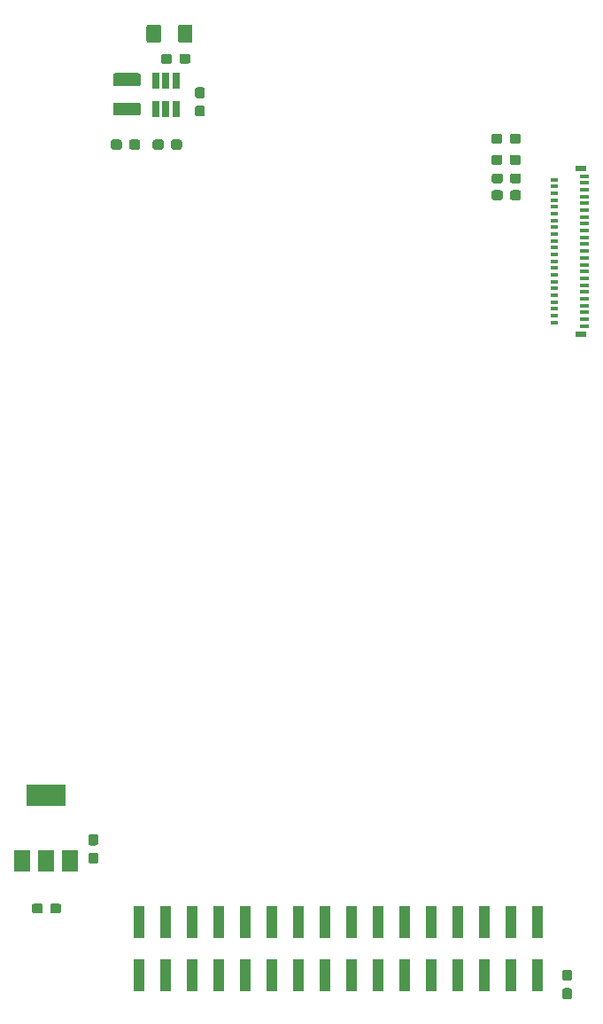
<source format=gbr>
G04 #@! TF.GenerationSoftware,KiCad,Pcbnew,(5.1.4)-1*
G04 #@! TF.CreationDate,2019-11-24T21:52:42+08:00*
G04 #@! TF.ProjectId,FH26W-45S-0.3SHW,46483236-572d-4343-9553-2d302e335348,rev?*
G04 #@! TF.SameCoordinates,Original*
G04 #@! TF.FileFunction,Paste,Bot*
G04 #@! TF.FilePolarity,Positive*
%FSLAX46Y46*%
G04 Gerber Fmt 4.6, Leading zero omitted, Abs format (unit mm)*
G04 Created by KiCad (PCBNEW (5.1.4)-1) date 2019-11-24 21:52:42*
%MOMM*%
%LPD*%
G04 APERTURE LIST*
%ADD10C,0.100000*%
%ADD11C,0.950000*%
%ADD12C,1.425000*%
%ADD13R,0.850000X0.330000*%
%ADD14R,0.700000X0.330000*%
%ADD15R,1.000000X0.550000*%
%ADD16R,0.650000X1.560000*%
%ADD17R,3.800000X2.000000*%
%ADD18R,1.500000X2.000000*%
%ADD19R,1.000000X3.150000*%
%ADD20C,1.250000*%
G04 APERTURE END LIST*
D10*
G36*
X105860779Y-39926144D02*
G01*
X105883834Y-39929563D01*
X105906443Y-39935227D01*
X105928387Y-39943079D01*
X105949457Y-39953044D01*
X105969448Y-39965026D01*
X105988168Y-39978910D01*
X106005438Y-39994562D01*
X106021090Y-40011832D01*
X106034974Y-40030552D01*
X106046956Y-40050543D01*
X106056921Y-40071613D01*
X106064773Y-40093557D01*
X106070437Y-40116166D01*
X106073856Y-40139221D01*
X106075000Y-40162500D01*
X106075000Y-40637500D01*
X106073856Y-40660779D01*
X106070437Y-40683834D01*
X106064773Y-40706443D01*
X106056921Y-40728387D01*
X106046956Y-40749457D01*
X106034974Y-40769448D01*
X106021090Y-40788168D01*
X106005438Y-40805438D01*
X105988168Y-40821090D01*
X105969448Y-40834974D01*
X105949457Y-40846956D01*
X105928387Y-40856921D01*
X105906443Y-40864773D01*
X105883834Y-40870437D01*
X105860779Y-40873856D01*
X105837500Y-40875000D01*
X105262500Y-40875000D01*
X105239221Y-40873856D01*
X105216166Y-40870437D01*
X105193557Y-40864773D01*
X105171613Y-40856921D01*
X105150543Y-40846956D01*
X105130552Y-40834974D01*
X105111832Y-40821090D01*
X105094562Y-40805438D01*
X105078910Y-40788168D01*
X105065026Y-40769448D01*
X105053044Y-40749457D01*
X105043079Y-40728387D01*
X105035227Y-40706443D01*
X105029563Y-40683834D01*
X105026144Y-40660779D01*
X105025000Y-40637500D01*
X105025000Y-40162500D01*
X105026144Y-40139221D01*
X105029563Y-40116166D01*
X105035227Y-40093557D01*
X105043079Y-40071613D01*
X105053044Y-40050543D01*
X105065026Y-40030552D01*
X105078910Y-40011832D01*
X105094562Y-39994562D01*
X105111832Y-39978910D01*
X105130552Y-39965026D01*
X105150543Y-39953044D01*
X105171613Y-39943079D01*
X105193557Y-39935227D01*
X105216166Y-39929563D01*
X105239221Y-39926144D01*
X105262500Y-39925000D01*
X105837500Y-39925000D01*
X105860779Y-39926144D01*
X105860779Y-39926144D01*
G37*
D11*
X105550000Y-40400000D03*
D10*
G36*
X104110779Y-39926144D02*
G01*
X104133834Y-39929563D01*
X104156443Y-39935227D01*
X104178387Y-39943079D01*
X104199457Y-39953044D01*
X104219448Y-39965026D01*
X104238168Y-39978910D01*
X104255438Y-39994562D01*
X104271090Y-40011832D01*
X104284974Y-40030552D01*
X104296956Y-40050543D01*
X104306921Y-40071613D01*
X104314773Y-40093557D01*
X104320437Y-40116166D01*
X104323856Y-40139221D01*
X104325000Y-40162500D01*
X104325000Y-40637500D01*
X104323856Y-40660779D01*
X104320437Y-40683834D01*
X104314773Y-40706443D01*
X104306921Y-40728387D01*
X104296956Y-40749457D01*
X104284974Y-40769448D01*
X104271090Y-40788168D01*
X104255438Y-40805438D01*
X104238168Y-40821090D01*
X104219448Y-40834974D01*
X104199457Y-40846956D01*
X104178387Y-40856921D01*
X104156443Y-40864773D01*
X104133834Y-40870437D01*
X104110779Y-40873856D01*
X104087500Y-40875000D01*
X103512500Y-40875000D01*
X103489221Y-40873856D01*
X103466166Y-40870437D01*
X103443557Y-40864773D01*
X103421613Y-40856921D01*
X103400543Y-40846956D01*
X103380552Y-40834974D01*
X103361832Y-40821090D01*
X103344562Y-40805438D01*
X103328910Y-40788168D01*
X103315026Y-40769448D01*
X103303044Y-40749457D01*
X103293079Y-40728387D01*
X103285227Y-40706443D01*
X103279563Y-40683834D01*
X103276144Y-40660779D01*
X103275000Y-40637500D01*
X103275000Y-40162500D01*
X103276144Y-40139221D01*
X103279563Y-40116166D01*
X103285227Y-40093557D01*
X103293079Y-40071613D01*
X103303044Y-40050543D01*
X103315026Y-40030552D01*
X103328910Y-40011832D01*
X103344562Y-39994562D01*
X103361832Y-39978910D01*
X103380552Y-39965026D01*
X103400543Y-39953044D01*
X103421613Y-39943079D01*
X103443557Y-39935227D01*
X103466166Y-39929563D01*
X103489221Y-39926144D01*
X103512500Y-39925000D01*
X104087500Y-39925000D01*
X104110779Y-39926144D01*
X104110779Y-39926144D01*
G37*
D11*
X103800000Y-40400000D03*
D10*
G36*
X96560779Y-112886144D02*
G01*
X96583834Y-112889563D01*
X96606443Y-112895227D01*
X96628387Y-112903079D01*
X96649457Y-112913044D01*
X96669448Y-112925026D01*
X96688168Y-112938910D01*
X96705438Y-112954562D01*
X96721090Y-112971832D01*
X96734974Y-112990552D01*
X96746956Y-113010543D01*
X96756921Y-113031613D01*
X96764773Y-113053557D01*
X96770437Y-113076166D01*
X96773856Y-113099221D01*
X96775000Y-113122500D01*
X96775000Y-113597500D01*
X96773856Y-113620779D01*
X96770437Y-113643834D01*
X96764773Y-113666443D01*
X96756921Y-113688387D01*
X96746956Y-113709457D01*
X96734974Y-113729448D01*
X96721090Y-113748168D01*
X96705438Y-113765438D01*
X96688168Y-113781090D01*
X96669448Y-113794974D01*
X96649457Y-113806956D01*
X96628387Y-113816921D01*
X96606443Y-113824773D01*
X96583834Y-113830437D01*
X96560779Y-113833856D01*
X96537500Y-113835000D01*
X95962500Y-113835000D01*
X95939221Y-113833856D01*
X95916166Y-113830437D01*
X95893557Y-113824773D01*
X95871613Y-113816921D01*
X95850543Y-113806956D01*
X95830552Y-113794974D01*
X95811832Y-113781090D01*
X95794562Y-113765438D01*
X95778910Y-113748168D01*
X95765026Y-113729448D01*
X95753044Y-113709457D01*
X95743079Y-113688387D01*
X95735227Y-113666443D01*
X95729563Y-113643834D01*
X95726144Y-113620779D01*
X95725000Y-113597500D01*
X95725000Y-113122500D01*
X95726144Y-113099221D01*
X95729563Y-113076166D01*
X95735227Y-113053557D01*
X95743079Y-113031613D01*
X95753044Y-113010543D01*
X95765026Y-112990552D01*
X95778910Y-112971832D01*
X95794562Y-112954562D01*
X95811832Y-112938910D01*
X95830552Y-112925026D01*
X95850543Y-112913044D01*
X95871613Y-112903079D01*
X95893557Y-112895227D01*
X95916166Y-112889563D01*
X95939221Y-112886144D01*
X95962500Y-112885000D01*
X96537500Y-112885000D01*
X96560779Y-112886144D01*
X96560779Y-112886144D01*
G37*
D11*
X96250000Y-113360000D03*
D10*
G36*
X98310779Y-112886144D02*
G01*
X98333834Y-112889563D01*
X98356443Y-112895227D01*
X98378387Y-112903079D01*
X98399457Y-112913044D01*
X98419448Y-112925026D01*
X98438168Y-112938910D01*
X98455438Y-112954562D01*
X98471090Y-112971832D01*
X98484974Y-112990552D01*
X98496956Y-113010543D01*
X98506921Y-113031613D01*
X98514773Y-113053557D01*
X98520437Y-113076166D01*
X98523856Y-113099221D01*
X98525000Y-113122500D01*
X98525000Y-113597500D01*
X98523856Y-113620779D01*
X98520437Y-113643834D01*
X98514773Y-113666443D01*
X98506921Y-113688387D01*
X98496956Y-113709457D01*
X98484974Y-113729448D01*
X98471090Y-113748168D01*
X98455438Y-113765438D01*
X98438168Y-113781090D01*
X98419448Y-113794974D01*
X98399457Y-113806956D01*
X98378387Y-113816921D01*
X98356443Y-113824773D01*
X98333834Y-113830437D01*
X98310779Y-113833856D01*
X98287500Y-113835000D01*
X97712500Y-113835000D01*
X97689221Y-113833856D01*
X97666166Y-113830437D01*
X97643557Y-113824773D01*
X97621613Y-113816921D01*
X97600543Y-113806956D01*
X97580552Y-113794974D01*
X97561832Y-113781090D01*
X97544562Y-113765438D01*
X97528910Y-113748168D01*
X97515026Y-113729448D01*
X97503044Y-113709457D01*
X97493079Y-113688387D01*
X97485227Y-113666443D01*
X97479563Y-113643834D01*
X97476144Y-113620779D01*
X97475000Y-113597500D01*
X97475000Y-113122500D01*
X97476144Y-113099221D01*
X97479563Y-113076166D01*
X97485227Y-113053557D01*
X97493079Y-113031613D01*
X97503044Y-113010543D01*
X97515026Y-112990552D01*
X97528910Y-112971832D01*
X97544562Y-112954562D01*
X97561832Y-112938910D01*
X97580552Y-112925026D01*
X97600543Y-112913044D01*
X97621613Y-112903079D01*
X97643557Y-112895227D01*
X97666166Y-112889563D01*
X97689221Y-112886144D01*
X97712500Y-112885000D01*
X98287500Y-112885000D01*
X98310779Y-112886144D01*
X98310779Y-112886144D01*
G37*
D11*
X98000000Y-113360000D03*
D10*
G36*
X142250779Y-41376144D02*
G01*
X142273834Y-41379563D01*
X142296443Y-41385227D01*
X142318387Y-41393079D01*
X142339457Y-41403044D01*
X142359448Y-41415026D01*
X142378168Y-41428910D01*
X142395438Y-41444562D01*
X142411090Y-41461832D01*
X142424974Y-41480552D01*
X142436956Y-41500543D01*
X142446921Y-41521613D01*
X142454773Y-41543557D01*
X142460437Y-41566166D01*
X142463856Y-41589221D01*
X142465000Y-41612500D01*
X142465000Y-42087500D01*
X142463856Y-42110779D01*
X142460437Y-42133834D01*
X142454773Y-42156443D01*
X142446921Y-42178387D01*
X142436956Y-42199457D01*
X142424974Y-42219448D01*
X142411090Y-42238168D01*
X142395438Y-42255438D01*
X142378168Y-42271090D01*
X142359448Y-42284974D01*
X142339457Y-42296956D01*
X142318387Y-42306921D01*
X142296443Y-42314773D01*
X142273834Y-42320437D01*
X142250779Y-42323856D01*
X142227500Y-42325000D01*
X141652500Y-42325000D01*
X141629221Y-42323856D01*
X141606166Y-42320437D01*
X141583557Y-42314773D01*
X141561613Y-42306921D01*
X141540543Y-42296956D01*
X141520552Y-42284974D01*
X141501832Y-42271090D01*
X141484562Y-42255438D01*
X141468910Y-42238168D01*
X141455026Y-42219448D01*
X141443044Y-42199457D01*
X141433079Y-42178387D01*
X141425227Y-42156443D01*
X141419563Y-42133834D01*
X141416144Y-42110779D01*
X141415000Y-42087500D01*
X141415000Y-41612500D01*
X141416144Y-41589221D01*
X141419563Y-41566166D01*
X141425227Y-41543557D01*
X141433079Y-41521613D01*
X141443044Y-41500543D01*
X141455026Y-41480552D01*
X141468910Y-41461832D01*
X141484562Y-41444562D01*
X141501832Y-41428910D01*
X141520552Y-41415026D01*
X141540543Y-41403044D01*
X141561613Y-41393079D01*
X141583557Y-41385227D01*
X141606166Y-41379563D01*
X141629221Y-41376144D01*
X141652500Y-41375000D01*
X142227500Y-41375000D01*
X142250779Y-41376144D01*
X142250779Y-41376144D01*
G37*
D11*
X141940000Y-41850000D03*
D10*
G36*
X140500779Y-41376144D02*
G01*
X140523834Y-41379563D01*
X140546443Y-41385227D01*
X140568387Y-41393079D01*
X140589457Y-41403044D01*
X140609448Y-41415026D01*
X140628168Y-41428910D01*
X140645438Y-41444562D01*
X140661090Y-41461832D01*
X140674974Y-41480552D01*
X140686956Y-41500543D01*
X140696921Y-41521613D01*
X140704773Y-41543557D01*
X140710437Y-41566166D01*
X140713856Y-41589221D01*
X140715000Y-41612500D01*
X140715000Y-42087500D01*
X140713856Y-42110779D01*
X140710437Y-42133834D01*
X140704773Y-42156443D01*
X140696921Y-42178387D01*
X140686956Y-42199457D01*
X140674974Y-42219448D01*
X140661090Y-42238168D01*
X140645438Y-42255438D01*
X140628168Y-42271090D01*
X140609448Y-42284974D01*
X140589457Y-42296956D01*
X140568387Y-42306921D01*
X140546443Y-42314773D01*
X140523834Y-42320437D01*
X140500779Y-42323856D01*
X140477500Y-42325000D01*
X139902500Y-42325000D01*
X139879221Y-42323856D01*
X139856166Y-42320437D01*
X139833557Y-42314773D01*
X139811613Y-42306921D01*
X139790543Y-42296956D01*
X139770552Y-42284974D01*
X139751832Y-42271090D01*
X139734562Y-42255438D01*
X139718910Y-42238168D01*
X139705026Y-42219448D01*
X139693044Y-42199457D01*
X139683079Y-42178387D01*
X139675227Y-42156443D01*
X139669563Y-42133834D01*
X139666144Y-42110779D01*
X139665000Y-42087500D01*
X139665000Y-41612500D01*
X139666144Y-41589221D01*
X139669563Y-41566166D01*
X139675227Y-41543557D01*
X139683079Y-41521613D01*
X139693044Y-41500543D01*
X139705026Y-41480552D01*
X139718910Y-41461832D01*
X139734562Y-41444562D01*
X139751832Y-41428910D01*
X139770552Y-41415026D01*
X139790543Y-41403044D01*
X139811613Y-41393079D01*
X139833557Y-41385227D01*
X139856166Y-41379563D01*
X139879221Y-41376144D01*
X139902500Y-41375000D01*
X140477500Y-41375000D01*
X140500779Y-41376144D01*
X140500779Y-41376144D01*
G37*
D11*
X140190000Y-41850000D03*
D10*
G36*
X101860779Y-106276144D02*
G01*
X101883834Y-106279563D01*
X101906443Y-106285227D01*
X101928387Y-106293079D01*
X101949457Y-106303044D01*
X101969448Y-106315026D01*
X101988168Y-106328910D01*
X102005438Y-106344562D01*
X102021090Y-106361832D01*
X102034974Y-106380552D01*
X102046956Y-106400543D01*
X102056921Y-106421613D01*
X102064773Y-106443557D01*
X102070437Y-106466166D01*
X102073856Y-106489221D01*
X102075000Y-106512500D01*
X102075000Y-107087500D01*
X102073856Y-107110779D01*
X102070437Y-107133834D01*
X102064773Y-107156443D01*
X102056921Y-107178387D01*
X102046956Y-107199457D01*
X102034974Y-107219448D01*
X102021090Y-107238168D01*
X102005438Y-107255438D01*
X101988168Y-107271090D01*
X101969448Y-107284974D01*
X101949457Y-107296956D01*
X101928387Y-107306921D01*
X101906443Y-107314773D01*
X101883834Y-107320437D01*
X101860779Y-107323856D01*
X101837500Y-107325000D01*
X101362500Y-107325000D01*
X101339221Y-107323856D01*
X101316166Y-107320437D01*
X101293557Y-107314773D01*
X101271613Y-107306921D01*
X101250543Y-107296956D01*
X101230552Y-107284974D01*
X101211832Y-107271090D01*
X101194562Y-107255438D01*
X101178910Y-107238168D01*
X101165026Y-107219448D01*
X101153044Y-107199457D01*
X101143079Y-107178387D01*
X101135227Y-107156443D01*
X101129563Y-107133834D01*
X101126144Y-107110779D01*
X101125000Y-107087500D01*
X101125000Y-106512500D01*
X101126144Y-106489221D01*
X101129563Y-106466166D01*
X101135227Y-106443557D01*
X101143079Y-106421613D01*
X101153044Y-106400543D01*
X101165026Y-106380552D01*
X101178910Y-106361832D01*
X101194562Y-106344562D01*
X101211832Y-106328910D01*
X101230552Y-106315026D01*
X101250543Y-106303044D01*
X101271613Y-106293079D01*
X101293557Y-106285227D01*
X101316166Y-106279563D01*
X101339221Y-106276144D01*
X101362500Y-106275000D01*
X101837500Y-106275000D01*
X101860779Y-106276144D01*
X101860779Y-106276144D01*
G37*
D11*
X101600000Y-106800000D03*
D10*
G36*
X101860779Y-108026144D02*
G01*
X101883834Y-108029563D01*
X101906443Y-108035227D01*
X101928387Y-108043079D01*
X101949457Y-108053044D01*
X101969448Y-108065026D01*
X101988168Y-108078910D01*
X102005438Y-108094562D01*
X102021090Y-108111832D01*
X102034974Y-108130552D01*
X102046956Y-108150543D01*
X102056921Y-108171613D01*
X102064773Y-108193557D01*
X102070437Y-108216166D01*
X102073856Y-108239221D01*
X102075000Y-108262500D01*
X102075000Y-108837500D01*
X102073856Y-108860779D01*
X102070437Y-108883834D01*
X102064773Y-108906443D01*
X102056921Y-108928387D01*
X102046956Y-108949457D01*
X102034974Y-108969448D01*
X102021090Y-108988168D01*
X102005438Y-109005438D01*
X101988168Y-109021090D01*
X101969448Y-109034974D01*
X101949457Y-109046956D01*
X101928387Y-109056921D01*
X101906443Y-109064773D01*
X101883834Y-109070437D01*
X101860779Y-109073856D01*
X101837500Y-109075000D01*
X101362500Y-109075000D01*
X101339221Y-109073856D01*
X101316166Y-109070437D01*
X101293557Y-109064773D01*
X101271613Y-109056921D01*
X101250543Y-109046956D01*
X101230552Y-109034974D01*
X101211832Y-109021090D01*
X101194562Y-109005438D01*
X101178910Y-108988168D01*
X101165026Y-108969448D01*
X101153044Y-108949457D01*
X101143079Y-108928387D01*
X101135227Y-108906443D01*
X101129563Y-108883834D01*
X101126144Y-108860779D01*
X101125000Y-108837500D01*
X101125000Y-108262500D01*
X101126144Y-108239221D01*
X101129563Y-108216166D01*
X101135227Y-108193557D01*
X101143079Y-108171613D01*
X101153044Y-108150543D01*
X101165026Y-108130552D01*
X101178910Y-108111832D01*
X101194562Y-108094562D01*
X101211832Y-108078910D01*
X101230552Y-108065026D01*
X101250543Y-108053044D01*
X101271613Y-108043079D01*
X101293557Y-108035227D01*
X101316166Y-108029563D01*
X101339221Y-108026144D01*
X101362500Y-108025000D01*
X101837500Y-108025000D01*
X101860779Y-108026144D01*
X101860779Y-108026144D01*
G37*
D11*
X101600000Y-108550000D03*
D10*
G36*
X140530779Y-44756144D02*
G01*
X140553834Y-44759563D01*
X140576443Y-44765227D01*
X140598387Y-44773079D01*
X140619457Y-44783044D01*
X140639448Y-44795026D01*
X140658168Y-44808910D01*
X140675438Y-44824562D01*
X140691090Y-44841832D01*
X140704974Y-44860552D01*
X140716956Y-44880543D01*
X140726921Y-44901613D01*
X140734773Y-44923557D01*
X140740437Y-44946166D01*
X140743856Y-44969221D01*
X140745000Y-44992500D01*
X140745000Y-45467500D01*
X140743856Y-45490779D01*
X140740437Y-45513834D01*
X140734773Y-45536443D01*
X140726921Y-45558387D01*
X140716956Y-45579457D01*
X140704974Y-45599448D01*
X140691090Y-45618168D01*
X140675438Y-45635438D01*
X140658168Y-45651090D01*
X140639448Y-45664974D01*
X140619457Y-45676956D01*
X140598387Y-45686921D01*
X140576443Y-45694773D01*
X140553834Y-45700437D01*
X140530779Y-45703856D01*
X140507500Y-45705000D01*
X139932500Y-45705000D01*
X139909221Y-45703856D01*
X139886166Y-45700437D01*
X139863557Y-45694773D01*
X139841613Y-45686921D01*
X139820543Y-45676956D01*
X139800552Y-45664974D01*
X139781832Y-45651090D01*
X139764562Y-45635438D01*
X139748910Y-45618168D01*
X139735026Y-45599448D01*
X139723044Y-45579457D01*
X139713079Y-45558387D01*
X139705227Y-45536443D01*
X139699563Y-45513834D01*
X139696144Y-45490779D01*
X139695000Y-45467500D01*
X139695000Y-44992500D01*
X139696144Y-44969221D01*
X139699563Y-44946166D01*
X139705227Y-44923557D01*
X139713079Y-44901613D01*
X139723044Y-44880543D01*
X139735026Y-44860552D01*
X139748910Y-44841832D01*
X139764562Y-44824562D01*
X139781832Y-44808910D01*
X139800552Y-44795026D01*
X139820543Y-44783044D01*
X139841613Y-44773079D01*
X139863557Y-44765227D01*
X139886166Y-44759563D01*
X139909221Y-44756144D01*
X139932500Y-44755000D01*
X140507500Y-44755000D01*
X140530779Y-44756144D01*
X140530779Y-44756144D01*
G37*
D11*
X140220000Y-45230000D03*
D10*
G36*
X142280779Y-44756144D02*
G01*
X142303834Y-44759563D01*
X142326443Y-44765227D01*
X142348387Y-44773079D01*
X142369457Y-44783044D01*
X142389448Y-44795026D01*
X142408168Y-44808910D01*
X142425438Y-44824562D01*
X142441090Y-44841832D01*
X142454974Y-44860552D01*
X142466956Y-44880543D01*
X142476921Y-44901613D01*
X142484773Y-44923557D01*
X142490437Y-44946166D01*
X142493856Y-44969221D01*
X142495000Y-44992500D01*
X142495000Y-45467500D01*
X142493856Y-45490779D01*
X142490437Y-45513834D01*
X142484773Y-45536443D01*
X142476921Y-45558387D01*
X142466956Y-45579457D01*
X142454974Y-45599448D01*
X142441090Y-45618168D01*
X142425438Y-45635438D01*
X142408168Y-45651090D01*
X142389448Y-45664974D01*
X142369457Y-45676956D01*
X142348387Y-45686921D01*
X142326443Y-45694773D01*
X142303834Y-45700437D01*
X142280779Y-45703856D01*
X142257500Y-45705000D01*
X141682500Y-45705000D01*
X141659221Y-45703856D01*
X141636166Y-45700437D01*
X141613557Y-45694773D01*
X141591613Y-45686921D01*
X141570543Y-45676956D01*
X141550552Y-45664974D01*
X141531832Y-45651090D01*
X141514562Y-45635438D01*
X141498910Y-45618168D01*
X141485026Y-45599448D01*
X141473044Y-45579457D01*
X141463079Y-45558387D01*
X141455227Y-45536443D01*
X141449563Y-45513834D01*
X141446144Y-45490779D01*
X141445000Y-45467500D01*
X141445000Y-44992500D01*
X141446144Y-44969221D01*
X141449563Y-44946166D01*
X141455227Y-44923557D01*
X141463079Y-44901613D01*
X141473044Y-44880543D01*
X141485026Y-44860552D01*
X141498910Y-44841832D01*
X141514562Y-44824562D01*
X141531832Y-44808910D01*
X141550552Y-44795026D01*
X141570543Y-44783044D01*
X141591613Y-44773079D01*
X141613557Y-44765227D01*
X141636166Y-44759563D01*
X141659221Y-44756144D01*
X141682500Y-44755000D01*
X142257500Y-44755000D01*
X142280779Y-44756144D01*
X142280779Y-44756144D01*
G37*
D11*
X141970000Y-45230000D03*
D10*
G36*
X110862004Y-28926204D02*
G01*
X110886273Y-28929804D01*
X110910071Y-28935765D01*
X110933171Y-28944030D01*
X110955349Y-28954520D01*
X110976393Y-28967133D01*
X110996098Y-28981747D01*
X111014277Y-28998223D01*
X111030753Y-29016402D01*
X111045367Y-29036107D01*
X111057980Y-29057151D01*
X111068470Y-29079329D01*
X111076735Y-29102429D01*
X111082696Y-29126227D01*
X111086296Y-29150496D01*
X111087500Y-29175000D01*
X111087500Y-30425000D01*
X111086296Y-30449504D01*
X111082696Y-30473773D01*
X111076735Y-30497571D01*
X111068470Y-30520671D01*
X111057980Y-30542849D01*
X111045367Y-30563893D01*
X111030753Y-30583598D01*
X111014277Y-30601777D01*
X110996098Y-30618253D01*
X110976393Y-30632867D01*
X110955349Y-30645480D01*
X110933171Y-30655970D01*
X110910071Y-30664235D01*
X110886273Y-30670196D01*
X110862004Y-30673796D01*
X110837500Y-30675000D01*
X109912500Y-30675000D01*
X109887996Y-30673796D01*
X109863727Y-30670196D01*
X109839929Y-30664235D01*
X109816829Y-30655970D01*
X109794651Y-30645480D01*
X109773607Y-30632867D01*
X109753902Y-30618253D01*
X109735723Y-30601777D01*
X109719247Y-30583598D01*
X109704633Y-30563893D01*
X109692020Y-30542849D01*
X109681530Y-30520671D01*
X109673265Y-30497571D01*
X109667304Y-30473773D01*
X109663704Y-30449504D01*
X109662500Y-30425000D01*
X109662500Y-29175000D01*
X109663704Y-29150496D01*
X109667304Y-29126227D01*
X109673265Y-29102429D01*
X109681530Y-29079329D01*
X109692020Y-29057151D01*
X109704633Y-29036107D01*
X109719247Y-29016402D01*
X109735723Y-28998223D01*
X109753902Y-28981747D01*
X109773607Y-28967133D01*
X109794651Y-28954520D01*
X109816829Y-28944030D01*
X109839929Y-28935765D01*
X109863727Y-28929804D01*
X109887996Y-28926204D01*
X109912500Y-28925000D01*
X110837500Y-28925000D01*
X110862004Y-28926204D01*
X110862004Y-28926204D01*
G37*
D12*
X110375000Y-29800000D03*
D10*
G36*
X107887004Y-28926204D02*
G01*
X107911273Y-28929804D01*
X107935071Y-28935765D01*
X107958171Y-28944030D01*
X107980349Y-28954520D01*
X108001393Y-28967133D01*
X108021098Y-28981747D01*
X108039277Y-28998223D01*
X108055753Y-29016402D01*
X108070367Y-29036107D01*
X108082980Y-29057151D01*
X108093470Y-29079329D01*
X108101735Y-29102429D01*
X108107696Y-29126227D01*
X108111296Y-29150496D01*
X108112500Y-29175000D01*
X108112500Y-30425000D01*
X108111296Y-30449504D01*
X108107696Y-30473773D01*
X108101735Y-30497571D01*
X108093470Y-30520671D01*
X108082980Y-30542849D01*
X108070367Y-30563893D01*
X108055753Y-30583598D01*
X108039277Y-30601777D01*
X108021098Y-30618253D01*
X108001393Y-30632867D01*
X107980349Y-30645480D01*
X107958171Y-30655970D01*
X107935071Y-30664235D01*
X107911273Y-30670196D01*
X107887004Y-30673796D01*
X107862500Y-30675000D01*
X106937500Y-30675000D01*
X106912996Y-30673796D01*
X106888727Y-30670196D01*
X106864929Y-30664235D01*
X106841829Y-30655970D01*
X106819651Y-30645480D01*
X106798607Y-30632867D01*
X106778902Y-30618253D01*
X106760723Y-30601777D01*
X106744247Y-30583598D01*
X106729633Y-30563893D01*
X106717020Y-30542849D01*
X106706530Y-30520671D01*
X106698265Y-30497571D01*
X106692304Y-30473773D01*
X106688704Y-30449504D01*
X106687500Y-30425000D01*
X106687500Y-29175000D01*
X106688704Y-29150496D01*
X106692304Y-29126227D01*
X106698265Y-29102429D01*
X106706530Y-29079329D01*
X106717020Y-29057151D01*
X106729633Y-29036107D01*
X106744247Y-29016402D01*
X106760723Y-28998223D01*
X106778902Y-28981747D01*
X106798607Y-28967133D01*
X106819651Y-28954520D01*
X106841829Y-28944030D01*
X106864929Y-28935765D01*
X106888727Y-28929804D01*
X106912996Y-28926204D01*
X106937500Y-28925000D01*
X107862500Y-28925000D01*
X107887004Y-28926204D01*
X107887004Y-28926204D01*
G37*
D12*
X107400000Y-29800000D03*
D13*
X148585000Y-57720000D03*
X148585000Y-57070000D03*
X148585000Y-56420000D03*
X148585000Y-55770000D03*
X148585000Y-55120000D03*
X148585000Y-54470000D03*
X148585000Y-53820000D03*
X148585000Y-53170000D03*
X148585000Y-52520000D03*
X148585000Y-51870000D03*
X148585000Y-51220000D03*
X148585000Y-50570000D03*
X148585000Y-49920000D03*
X148585000Y-49270000D03*
X148585000Y-48620000D03*
X148585000Y-47970000D03*
X148585000Y-47320000D03*
X148585000Y-46670000D03*
X148585000Y-46020000D03*
X148585000Y-45370000D03*
X148585000Y-44720000D03*
X148585000Y-44070000D03*
X148585000Y-43420000D03*
D14*
X145700000Y-57395000D03*
X145700000Y-56745000D03*
X145700000Y-56095000D03*
X145700000Y-55445000D03*
X145700000Y-54795000D03*
X145700000Y-54145000D03*
X145700000Y-53495000D03*
X145700000Y-52845000D03*
X145700000Y-52195000D03*
X145700000Y-51545000D03*
X145700000Y-50895000D03*
X145700000Y-50245000D03*
X145700000Y-49595000D03*
X145700000Y-48945000D03*
X145700000Y-48295000D03*
X145700000Y-47645000D03*
X145700000Y-46995000D03*
X145700000Y-46345000D03*
X145700000Y-45695000D03*
X145700000Y-45045000D03*
X145700000Y-44395000D03*
X145700000Y-43745000D03*
D15*
X148250000Y-58500000D03*
X148250000Y-42640000D03*
D10*
G36*
X109860779Y-39926144D02*
G01*
X109883834Y-39929563D01*
X109906443Y-39935227D01*
X109928387Y-39943079D01*
X109949457Y-39953044D01*
X109969448Y-39965026D01*
X109988168Y-39978910D01*
X110005438Y-39994562D01*
X110021090Y-40011832D01*
X110034974Y-40030552D01*
X110046956Y-40050543D01*
X110056921Y-40071613D01*
X110064773Y-40093557D01*
X110070437Y-40116166D01*
X110073856Y-40139221D01*
X110075000Y-40162500D01*
X110075000Y-40637500D01*
X110073856Y-40660779D01*
X110070437Y-40683834D01*
X110064773Y-40706443D01*
X110056921Y-40728387D01*
X110046956Y-40749457D01*
X110034974Y-40769448D01*
X110021090Y-40788168D01*
X110005438Y-40805438D01*
X109988168Y-40821090D01*
X109969448Y-40834974D01*
X109949457Y-40846956D01*
X109928387Y-40856921D01*
X109906443Y-40864773D01*
X109883834Y-40870437D01*
X109860779Y-40873856D01*
X109837500Y-40875000D01*
X109262500Y-40875000D01*
X109239221Y-40873856D01*
X109216166Y-40870437D01*
X109193557Y-40864773D01*
X109171613Y-40856921D01*
X109150543Y-40846956D01*
X109130552Y-40834974D01*
X109111832Y-40821090D01*
X109094562Y-40805438D01*
X109078910Y-40788168D01*
X109065026Y-40769448D01*
X109053044Y-40749457D01*
X109043079Y-40728387D01*
X109035227Y-40706443D01*
X109029563Y-40683834D01*
X109026144Y-40660779D01*
X109025000Y-40637500D01*
X109025000Y-40162500D01*
X109026144Y-40139221D01*
X109029563Y-40116166D01*
X109035227Y-40093557D01*
X109043079Y-40071613D01*
X109053044Y-40050543D01*
X109065026Y-40030552D01*
X109078910Y-40011832D01*
X109094562Y-39994562D01*
X109111832Y-39978910D01*
X109130552Y-39965026D01*
X109150543Y-39953044D01*
X109171613Y-39943079D01*
X109193557Y-39935227D01*
X109216166Y-39929563D01*
X109239221Y-39926144D01*
X109262500Y-39925000D01*
X109837500Y-39925000D01*
X109860779Y-39926144D01*
X109860779Y-39926144D01*
G37*
D11*
X109550000Y-40400000D03*
D10*
G36*
X108110779Y-39926144D02*
G01*
X108133834Y-39929563D01*
X108156443Y-39935227D01*
X108178387Y-39943079D01*
X108199457Y-39953044D01*
X108219448Y-39965026D01*
X108238168Y-39978910D01*
X108255438Y-39994562D01*
X108271090Y-40011832D01*
X108284974Y-40030552D01*
X108296956Y-40050543D01*
X108306921Y-40071613D01*
X108314773Y-40093557D01*
X108320437Y-40116166D01*
X108323856Y-40139221D01*
X108325000Y-40162500D01*
X108325000Y-40637500D01*
X108323856Y-40660779D01*
X108320437Y-40683834D01*
X108314773Y-40706443D01*
X108306921Y-40728387D01*
X108296956Y-40749457D01*
X108284974Y-40769448D01*
X108271090Y-40788168D01*
X108255438Y-40805438D01*
X108238168Y-40821090D01*
X108219448Y-40834974D01*
X108199457Y-40846956D01*
X108178387Y-40856921D01*
X108156443Y-40864773D01*
X108133834Y-40870437D01*
X108110779Y-40873856D01*
X108087500Y-40875000D01*
X107512500Y-40875000D01*
X107489221Y-40873856D01*
X107466166Y-40870437D01*
X107443557Y-40864773D01*
X107421613Y-40856921D01*
X107400543Y-40846956D01*
X107380552Y-40834974D01*
X107361832Y-40821090D01*
X107344562Y-40805438D01*
X107328910Y-40788168D01*
X107315026Y-40769448D01*
X107303044Y-40749457D01*
X107293079Y-40728387D01*
X107285227Y-40706443D01*
X107279563Y-40683834D01*
X107276144Y-40660779D01*
X107275000Y-40637500D01*
X107275000Y-40162500D01*
X107276144Y-40139221D01*
X107279563Y-40116166D01*
X107285227Y-40093557D01*
X107293079Y-40071613D01*
X107303044Y-40050543D01*
X107315026Y-40030552D01*
X107328910Y-40011832D01*
X107344562Y-39994562D01*
X107361832Y-39978910D01*
X107380552Y-39965026D01*
X107400543Y-39953044D01*
X107421613Y-39943079D01*
X107443557Y-39935227D01*
X107466166Y-39929563D01*
X107489221Y-39926144D01*
X107512500Y-39925000D01*
X108087500Y-39925000D01*
X108110779Y-39926144D01*
X108110779Y-39926144D01*
G37*
D11*
X107800000Y-40400000D03*
D10*
G36*
X112060779Y-34926144D02*
G01*
X112083834Y-34929563D01*
X112106443Y-34935227D01*
X112128387Y-34943079D01*
X112149457Y-34953044D01*
X112169448Y-34965026D01*
X112188168Y-34978910D01*
X112205438Y-34994562D01*
X112221090Y-35011832D01*
X112234974Y-35030552D01*
X112246956Y-35050543D01*
X112256921Y-35071613D01*
X112264773Y-35093557D01*
X112270437Y-35116166D01*
X112273856Y-35139221D01*
X112275000Y-35162500D01*
X112275000Y-35737500D01*
X112273856Y-35760779D01*
X112270437Y-35783834D01*
X112264773Y-35806443D01*
X112256921Y-35828387D01*
X112246956Y-35849457D01*
X112234974Y-35869448D01*
X112221090Y-35888168D01*
X112205438Y-35905438D01*
X112188168Y-35921090D01*
X112169448Y-35934974D01*
X112149457Y-35946956D01*
X112128387Y-35956921D01*
X112106443Y-35964773D01*
X112083834Y-35970437D01*
X112060779Y-35973856D01*
X112037500Y-35975000D01*
X111562500Y-35975000D01*
X111539221Y-35973856D01*
X111516166Y-35970437D01*
X111493557Y-35964773D01*
X111471613Y-35956921D01*
X111450543Y-35946956D01*
X111430552Y-35934974D01*
X111411832Y-35921090D01*
X111394562Y-35905438D01*
X111378910Y-35888168D01*
X111365026Y-35869448D01*
X111353044Y-35849457D01*
X111343079Y-35828387D01*
X111335227Y-35806443D01*
X111329563Y-35783834D01*
X111326144Y-35760779D01*
X111325000Y-35737500D01*
X111325000Y-35162500D01*
X111326144Y-35139221D01*
X111329563Y-35116166D01*
X111335227Y-35093557D01*
X111343079Y-35071613D01*
X111353044Y-35050543D01*
X111365026Y-35030552D01*
X111378910Y-35011832D01*
X111394562Y-34994562D01*
X111411832Y-34978910D01*
X111430552Y-34965026D01*
X111450543Y-34953044D01*
X111471613Y-34943079D01*
X111493557Y-34935227D01*
X111516166Y-34929563D01*
X111539221Y-34926144D01*
X111562500Y-34925000D01*
X112037500Y-34925000D01*
X112060779Y-34926144D01*
X112060779Y-34926144D01*
G37*
D11*
X111800000Y-35450000D03*
D10*
G36*
X112060779Y-36676144D02*
G01*
X112083834Y-36679563D01*
X112106443Y-36685227D01*
X112128387Y-36693079D01*
X112149457Y-36703044D01*
X112169448Y-36715026D01*
X112188168Y-36728910D01*
X112205438Y-36744562D01*
X112221090Y-36761832D01*
X112234974Y-36780552D01*
X112246956Y-36800543D01*
X112256921Y-36821613D01*
X112264773Y-36843557D01*
X112270437Y-36866166D01*
X112273856Y-36889221D01*
X112275000Y-36912500D01*
X112275000Y-37487500D01*
X112273856Y-37510779D01*
X112270437Y-37533834D01*
X112264773Y-37556443D01*
X112256921Y-37578387D01*
X112246956Y-37599457D01*
X112234974Y-37619448D01*
X112221090Y-37638168D01*
X112205438Y-37655438D01*
X112188168Y-37671090D01*
X112169448Y-37684974D01*
X112149457Y-37696956D01*
X112128387Y-37706921D01*
X112106443Y-37714773D01*
X112083834Y-37720437D01*
X112060779Y-37723856D01*
X112037500Y-37725000D01*
X111562500Y-37725000D01*
X111539221Y-37723856D01*
X111516166Y-37720437D01*
X111493557Y-37714773D01*
X111471613Y-37706921D01*
X111450543Y-37696956D01*
X111430552Y-37684974D01*
X111411832Y-37671090D01*
X111394562Y-37655438D01*
X111378910Y-37638168D01*
X111365026Y-37619448D01*
X111353044Y-37599457D01*
X111343079Y-37578387D01*
X111335227Y-37556443D01*
X111329563Y-37533834D01*
X111326144Y-37510779D01*
X111325000Y-37487500D01*
X111325000Y-36912500D01*
X111326144Y-36889221D01*
X111329563Y-36866166D01*
X111335227Y-36843557D01*
X111343079Y-36821613D01*
X111353044Y-36800543D01*
X111365026Y-36780552D01*
X111378910Y-36761832D01*
X111394562Y-36744562D01*
X111411832Y-36728910D01*
X111430552Y-36715026D01*
X111450543Y-36703044D01*
X111471613Y-36693079D01*
X111493557Y-36685227D01*
X111516166Y-36679563D01*
X111539221Y-36676144D01*
X111562500Y-36675000D01*
X112037500Y-36675000D01*
X112060779Y-36676144D01*
X112060779Y-36676144D01*
G37*
D11*
X111800000Y-37200000D03*
D10*
G36*
X140530779Y-43156144D02*
G01*
X140553834Y-43159563D01*
X140576443Y-43165227D01*
X140598387Y-43173079D01*
X140619457Y-43183044D01*
X140639448Y-43195026D01*
X140658168Y-43208910D01*
X140675438Y-43224562D01*
X140691090Y-43241832D01*
X140704974Y-43260552D01*
X140716956Y-43280543D01*
X140726921Y-43301613D01*
X140734773Y-43323557D01*
X140740437Y-43346166D01*
X140743856Y-43369221D01*
X140745000Y-43392500D01*
X140745000Y-43867500D01*
X140743856Y-43890779D01*
X140740437Y-43913834D01*
X140734773Y-43936443D01*
X140726921Y-43958387D01*
X140716956Y-43979457D01*
X140704974Y-43999448D01*
X140691090Y-44018168D01*
X140675438Y-44035438D01*
X140658168Y-44051090D01*
X140639448Y-44064974D01*
X140619457Y-44076956D01*
X140598387Y-44086921D01*
X140576443Y-44094773D01*
X140553834Y-44100437D01*
X140530779Y-44103856D01*
X140507500Y-44105000D01*
X139932500Y-44105000D01*
X139909221Y-44103856D01*
X139886166Y-44100437D01*
X139863557Y-44094773D01*
X139841613Y-44086921D01*
X139820543Y-44076956D01*
X139800552Y-44064974D01*
X139781832Y-44051090D01*
X139764562Y-44035438D01*
X139748910Y-44018168D01*
X139735026Y-43999448D01*
X139723044Y-43979457D01*
X139713079Y-43958387D01*
X139705227Y-43936443D01*
X139699563Y-43913834D01*
X139696144Y-43890779D01*
X139695000Y-43867500D01*
X139695000Y-43392500D01*
X139696144Y-43369221D01*
X139699563Y-43346166D01*
X139705227Y-43323557D01*
X139713079Y-43301613D01*
X139723044Y-43280543D01*
X139735026Y-43260552D01*
X139748910Y-43241832D01*
X139764562Y-43224562D01*
X139781832Y-43208910D01*
X139800552Y-43195026D01*
X139820543Y-43183044D01*
X139841613Y-43173079D01*
X139863557Y-43165227D01*
X139886166Y-43159563D01*
X139909221Y-43156144D01*
X139932500Y-43155000D01*
X140507500Y-43155000D01*
X140530779Y-43156144D01*
X140530779Y-43156144D01*
G37*
D11*
X140220000Y-43630000D03*
D10*
G36*
X142280779Y-43156144D02*
G01*
X142303834Y-43159563D01*
X142326443Y-43165227D01*
X142348387Y-43173079D01*
X142369457Y-43183044D01*
X142389448Y-43195026D01*
X142408168Y-43208910D01*
X142425438Y-43224562D01*
X142441090Y-43241832D01*
X142454974Y-43260552D01*
X142466956Y-43280543D01*
X142476921Y-43301613D01*
X142484773Y-43323557D01*
X142490437Y-43346166D01*
X142493856Y-43369221D01*
X142495000Y-43392500D01*
X142495000Y-43867500D01*
X142493856Y-43890779D01*
X142490437Y-43913834D01*
X142484773Y-43936443D01*
X142476921Y-43958387D01*
X142466956Y-43979457D01*
X142454974Y-43999448D01*
X142441090Y-44018168D01*
X142425438Y-44035438D01*
X142408168Y-44051090D01*
X142389448Y-44064974D01*
X142369457Y-44076956D01*
X142348387Y-44086921D01*
X142326443Y-44094773D01*
X142303834Y-44100437D01*
X142280779Y-44103856D01*
X142257500Y-44105000D01*
X141682500Y-44105000D01*
X141659221Y-44103856D01*
X141636166Y-44100437D01*
X141613557Y-44094773D01*
X141591613Y-44086921D01*
X141570543Y-44076956D01*
X141550552Y-44064974D01*
X141531832Y-44051090D01*
X141514562Y-44035438D01*
X141498910Y-44018168D01*
X141485026Y-43999448D01*
X141473044Y-43979457D01*
X141463079Y-43958387D01*
X141455227Y-43936443D01*
X141449563Y-43913834D01*
X141446144Y-43890779D01*
X141445000Y-43867500D01*
X141445000Y-43392500D01*
X141446144Y-43369221D01*
X141449563Y-43346166D01*
X141455227Y-43323557D01*
X141463079Y-43301613D01*
X141473044Y-43280543D01*
X141485026Y-43260552D01*
X141498910Y-43241832D01*
X141514562Y-43224562D01*
X141531832Y-43208910D01*
X141550552Y-43195026D01*
X141570543Y-43183044D01*
X141591613Y-43173079D01*
X141613557Y-43165227D01*
X141636166Y-43159563D01*
X141659221Y-43156144D01*
X141682500Y-43155000D01*
X142257500Y-43155000D01*
X142280779Y-43156144D01*
X142280779Y-43156144D01*
G37*
D11*
X141970000Y-43630000D03*
D10*
G36*
X147180779Y-119206144D02*
G01*
X147203834Y-119209563D01*
X147226443Y-119215227D01*
X147248387Y-119223079D01*
X147269457Y-119233044D01*
X147289448Y-119245026D01*
X147308168Y-119258910D01*
X147325438Y-119274562D01*
X147341090Y-119291832D01*
X147354974Y-119310552D01*
X147366956Y-119330543D01*
X147376921Y-119351613D01*
X147384773Y-119373557D01*
X147390437Y-119396166D01*
X147393856Y-119419221D01*
X147395000Y-119442500D01*
X147395000Y-120017500D01*
X147393856Y-120040779D01*
X147390437Y-120063834D01*
X147384773Y-120086443D01*
X147376921Y-120108387D01*
X147366956Y-120129457D01*
X147354974Y-120149448D01*
X147341090Y-120168168D01*
X147325438Y-120185438D01*
X147308168Y-120201090D01*
X147289448Y-120214974D01*
X147269457Y-120226956D01*
X147248387Y-120236921D01*
X147226443Y-120244773D01*
X147203834Y-120250437D01*
X147180779Y-120253856D01*
X147157500Y-120255000D01*
X146682500Y-120255000D01*
X146659221Y-120253856D01*
X146636166Y-120250437D01*
X146613557Y-120244773D01*
X146591613Y-120236921D01*
X146570543Y-120226956D01*
X146550552Y-120214974D01*
X146531832Y-120201090D01*
X146514562Y-120185438D01*
X146498910Y-120168168D01*
X146485026Y-120149448D01*
X146473044Y-120129457D01*
X146463079Y-120108387D01*
X146455227Y-120086443D01*
X146449563Y-120063834D01*
X146446144Y-120040779D01*
X146445000Y-120017500D01*
X146445000Y-119442500D01*
X146446144Y-119419221D01*
X146449563Y-119396166D01*
X146455227Y-119373557D01*
X146463079Y-119351613D01*
X146473044Y-119330543D01*
X146485026Y-119310552D01*
X146498910Y-119291832D01*
X146514562Y-119274562D01*
X146531832Y-119258910D01*
X146550552Y-119245026D01*
X146570543Y-119233044D01*
X146591613Y-119223079D01*
X146613557Y-119215227D01*
X146636166Y-119209563D01*
X146659221Y-119206144D01*
X146682500Y-119205000D01*
X147157500Y-119205000D01*
X147180779Y-119206144D01*
X147180779Y-119206144D01*
G37*
D11*
X146920000Y-119730000D03*
D10*
G36*
X147180779Y-120956144D02*
G01*
X147203834Y-120959563D01*
X147226443Y-120965227D01*
X147248387Y-120973079D01*
X147269457Y-120983044D01*
X147289448Y-120995026D01*
X147308168Y-121008910D01*
X147325438Y-121024562D01*
X147341090Y-121041832D01*
X147354974Y-121060552D01*
X147366956Y-121080543D01*
X147376921Y-121101613D01*
X147384773Y-121123557D01*
X147390437Y-121146166D01*
X147393856Y-121169221D01*
X147395000Y-121192500D01*
X147395000Y-121767500D01*
X147393856Y-121790779D01*
X147390437Y-121813834D01*
X147384773Y-121836443D01*
X147376921Y-121858387D01*
X147366956Y-121879457D01*
X147354974Y-121899448D01*
X147341090Y-121918168D01*
X147325438Y-121935438D01*
X147308168Y-121951090D01*
X147289448Y-121964974D01*
X147269457Y-121976956D01*
X147248387Y-121986921D01*
X147226443Y-121994773D01*
X147203834Y-122000437D01*
X147180779Y-122003856D01*
X147157500Y-122005000D01*
X146682500Y-122005000D01*
X146659221Y-122003856D01*
X146636166Y-122000437D01*
X146613557Y-121994773D01*
X146591613Y-121986921D01*
X146570543Y-121976956D01*
X146550552Y-121964974D01*
X146531832Y-121951090D01*
X146514562Y-121935438D01*
X146498910Y-121918168D01*
X146485026Y-121899448D01*
X146473044Y-121879457D01*
X146463079Y-121858387D01*
X146455227Y-121836443D01*
X146449563Y-121813834D01*
X146446144Y-121790779D01*
X146445000Y-121767500D01*
X146445000Y-121192500D01*
X146446144Y-121169221D01*
X146449563Y-121146166D01*
X146455227Y-121123557D01*
X146463079Y-121101613D01*
X146473044Y-121080543D01*
X146485026Y-121060552D01*
X146498910Y-121041832D01*
X146514562Y-121024562D01*
X146531832Y-121008910D01*
X146550552Y-120995026D01*
X146570543Y-120983044D01*
X146591613Y-120973079D01*
X146613557Y-120965227D01*
X146636166Y-120959563D01*
X146659221Y-120956144D01*
X146682500Y-120955000D01*
X147157500Y-120955000D01*
X147180779Y-120956144D01*
X147180779Y-120956144D01*
G37*
D11*
X146920000Y-121480000D03*
D10*
G36*
X108910779Y-31726144D02*
G01*
X108933834Y-31729563D01*
X108956443Y-31735227D01*
X108978387Y-31743079D01*
X108999457Y-31753044D01*
X109019448Y-31765026D01*
X109038168Y-31778910D01*
X109055438Y-31794562D01*
X109071090Y-31811832D01*
X109084974Y-31830552D01*
X109096956Y-31850543D01*
X109106921Y-31871613D01*
X109114773Y-31893557D01*
X109120437Y-31916166D01*
X109123856Y-31939221D01*
X109125000Y-31962500D01*
X109125000Y-32437500D01*
X109123856Y-32460779D01*
X109120437Y-32483834D01*
X109114773Y-32506443D01*
X109106921Y-32528387D01*
X109096956Y-32549457D01*
X109084974Y-32569448D01*
X109071090Y-32588168D01*
X109055438Y-32605438D01*
X109038168Y-32621090D01*
X109019448Y-32634974D01*
X108999457Y-32646956D01*
X108978387Y-32656921D01*
X108956443Y-32664773D01*
X108933834Y-32670437D01*
X108910779Y-32673856D01*
X108887500Y-32675000D01*
X108312500Y-32675000D01*
X108289221Y-32673856D01*
X108266166Y-32670437D01*
X108243557Y-32664773D01*
X108221613Y-32656921D01*
X108200543Y-32646956D01*
X108180552Y-32634974D01*
X108161832Y-32621090D01*
X108144562Y-32605438D01*
X108128910Y-32588168D01*
X108115026Y-32569448D01*
X108103044Y-32549457D01*
X108093079Y-32528387D01*
X108085227Y-32506443D01*
X108079563Y-32483834D01*
X108076144Y-32460779D01*
X108075000Y-32437500D01*
X108075000Y-31962500D01*
X108076144Y-31939221D01*
X108079563Y-31916166D01*
X108085227Y-31893557D01*
X108093079Y-31871613D01*
X108103044Y-31850543D01*
X108115026Y-31830552D01*
X108128910Y-31811832D01*
X108144562Y-31794562D01*
X108161832Y-31778910D01*
X108180552Y-31765026D01*
X108200543Y-31753044D01*
X108221613Y-31743079D01*
X108243557Y-31735227D01*
X108266166Y-31729563D01*
X108289221Y-31726144D01*
X108312500Y-31725000D01*
X108887500Y-31725000D01*
X108910779Y-31726144D01*
X108910779Y-31726144D01*
G37*
D11*
X108600000Y-32200000D03*
D10*
G36*
X110660779Y-31726144D02*
G01*
X110683834Y-31729563D01*
X110706443Y-31735227D01*
X110728387Y-31743079D01*
X110749457Y-31753044D01*
X110769448Y-31765026D01*
X110788168Y-31778910D01*
X110805438Y-31794562D01*
X110821090Y-31811832D01*
X110834974Y-31830552D01*
X110846956Y-31850543D01*
X110856921Y-31871613D01*
X110864773Y-31893557D01*
X110870437Y-31916166D01*
X110873856Y-31939221D01*
X110875000Y-31962500D01*
X110875000Y-32437500D01*
X110873856Y-32460779D01*
X110870437Y-32483834D01*
X110864773Y-32506443D01*
X110856921Y-32528387D01*
X110846956Y-32549457D01*
X110834974Y-32569448D01*
X110821090Y-32588168D01*
X110805438Y-32605438D01*
X110788168Y-32621090D01*
X110769448Y-32634974D01*
X110749457Y-32646956D01*
X110728387Y-32656921D01*
X110706443Y-32664773D01*
X110683834Y-32670437D01*
X110660779Y-32673856D01*
X110637500Y-32675000D01*
X110062500Y-32675000D01*
X110039221Y-32673856D01*
X110016166Y-32670437D01*
X109993557Y-32664773D01*
X109971613Y-32656921D01*
X109950543Y-32646956D01*
X109930552Y-32634974D01*
X109911832Y-32621090D01*
X109894562Y-32605438D01*
X109878910Y-32588168D01*
X109865026Y-32569448D01*
X109853044Y-32549457D01*
X109843079Y-32528387D01*
X109835227Y-32506443D01*
X109829563Y-32483834D01*
X109826144Y-32460779D01*
X109825000Y-32437500D01*
X109825000Y-31962500D01*
X109826144Y-31939221D01*
X109829563Y-31916166D01*
X109835227Y-31893557D01*
X109843079Y-31871613D01*
X109853044Y-31850543D01*
X109865026Y-31830552D01*
X109878910Y-31811832D01*
X109894562Y-31794562D01*
X109911832Y-31778910D01*
X109930552Y-31765026D01*
X109950543Y-31753044D01*
X109971613Y-31743079D01*
X109993557Y-31735227D01*
X110016166Y-31729563D01*
X110039221Y-31726144D01*
X110062500Y-31725000D01*
X110637500Y-31725000D01*
X110660779Y-31726144D01*
X110660779Y-31726144D01*
G37*
D11*
X110350000Y-32200000D03*
D16*
X107600000Y-34300000D03*
X108550000Y-34300000D03*
X109500000Y-34300000D03*
X109500000Y-37000000D03*
X107600000Y-37000000D03*
X108550000Y-37000000D03*
D17*
X97100000Y-102500000D03*
D18*
X97100000Y-108800000D03*
X94800000Y-108800000D03*
X99400000Y-108800000D03*
D19*
X144050000Y-119725000D03*
X144050000Y-114675000D03*
X141510000Y-119725000D03*
X141510000Y-114675000D03*
X138970000Y-119725000D03*
X138970000Y-114675000D03*
X136430000Y-119725000D03*
X136430000Y-114675000D03*
X133890000Y-119725000D03*
X133890000Y-114675000D03*
X131350000Y-119725000D03*
X131350000Y-114675000D03*
X128810000Y-119725000D03*
X128810000Y-114675000D03*
X126270000Y-119725000D03*
X126270000Y-114675000D03*
X123730000Y-119725000D03*
X123730000Y-114675000D03*
X121190000Y-119725000D03*
X121190000Y-114675000D03*
X118650000Y-119725000D03*
X118650000Y-114675000D03*
X116110000Y-119725000D03*
X116110000Y-114675000D03*
X113570000Y-119725000D03*
X113570000Y-114675000D03*
X111030000Y-119725000D03*
X111030000Y-114675000D03*
X108490000Y-119725000D03*
X108490000Y-114675000D03*
X105950000Y-119725000D03*
X105950000Y-114675000D03*
D10*
G36*
X140505779Y-39366144D02*
G01*
X140528834Y-39369563D01*
X140551443Y-39375227D01*
X140573387Y-39383079D01*
X140594457Y-39393044D01*
X140614448Y-39405026D01*
X140633168Y-39418910D01*
X140650438Y-39434562D01*
X140666090Y-39451832D01*
X140679974Y-39470552D01*
X140691956Y-39490543D01*
X140701921Y-39511613D01*
X140709773Y-39533557D01*
X140715437Y-39556166D01*
X140718856Y-39579221D01*
X140720000Y-39602500D01*
X140720000Y-40077500D01*
X140718856Y-40100779D01*
X140715437Y-40123834D01*
X140709773Y-40146443D01*
X140701921Y-40168387D01*
X140691956Y-40189457D01*
X140679974Y-40209448D01*
X140666090Y-40228168D01*
X140650438Y-40245438D01*
X140633168Y-40261090D01*
X140614448Y-40274974D01*
X140594457Y-40286956D01*
X140573387Y-40296921D01*
X140551443Y-40304773D01*
X140528834Y-40310437D01*
X140505779Y-40313856D01*
X140482500Y-40315000D01*
X139907500Y-40315000D01*
X139884221Y-40313856D01*
X139861166Y-40310437D01*
X139838557Y-40304773D01*
X139816613Y-40296921D01*
X139795543Y-40286956D01*
X139775552Y-40274974D01*
X139756832Y-40261090D01*
X139739562Y-40245438D01*
X139723910Y-40228168D01*
X139710026Y-40209448D01*
X139698044Y-40189457D01*
X139688079Y-40168387D01*
X139680227Y-40146443D01*
X139674563Y-40123834D01*
X139671144Y-40100779D01*
X139670000Y-40077500D01*
X139670000Y-39602500D01*
X139671144Y-39579221D01*
X139674563Y-39556166D01*
X139680227Y-39533557D01*
X139688079Y-39511613D01*
X139698044Y-39490543D01*
X139710026Y-39470552D01*
X139723910Y-39451832D01*
X139739562Y-39434562D01*
X139756832Y-39418910D01*
X139775552Y-39405026D01*
X139795543Y-39393044D01*
X139816613Y-39383079D01*
X139838557Y-39375227D01*
X139861166Y-39369563D01*
X139884221Y-39366144D01*
X139907500Y-39365000D01*
X140482500Y-39365000D01*
X140505779Y-39366144D01*
X140505779Y-39366144D01*
G37*
D11*
X140195000Y-39840000D03*
D10*
G36*
X142255779Y-39366144D02*
G01*
X142278834Y-39369563D01*
X142301443Y-39375227D01*
X142323387Y-39383079D01*
X142344457Y-39393044D01*
X142364448Y-39405026D01*
X142383168Y-39418910D01*
X142400438Y-39434562D01*
X142416090Y-39451832D01*
X142429974Y-39470552D01*
X142441956Y-39490543D01*
X142451921Y-39511613D01*
X142459773Y-39533557D01*
X142465437Y-39556166D01*
X142468856Y-39579221D01*
X142470000Y-39602500D01*
X142470000Y-40077500D01*
X142468856Y-40100779D01*
X142465437Y-40123834D01*
X142459773Y-40146443D01*
X142451921Y-40168387D01*
X142441956Y-40189457D01*
X142429974Y-40209448D01*
X142416090Y-40228168D01*
X142400438Y-40245438D01*
X142383168Y-40261090D01*
X142364448Y-40274974D01*
X142344457Y-40286956D01*
X142323387Y-40296921D01*
X142301443Y-40304773D01*
X142278834Y-40310437D01*
X142255779Y-40313856D01*
X142232500Y-40315000D01*
X141657500Y-40315000D01*
X141634221Y-40313856D01*
X141611166Y-40310437D01*
X141588557Y-40304773D01*
X141566613Y-40296921D01*
X141545543Y-40286956D01*
X141525552Y-40274974D01*
X141506832Y-40261090D01*
X141489562Y-40245438D01*
X141473910Y-40228168D01*
X141460026Y-40209448D01*
X141448044Y-40189457D01*
X141438079Y-40168387D01*
X141430227Y-40146443D01*
X141424563Y-40123834D01*
X141421144Y-40100779D01*
X141420000Y-40077500D01*
X141420000Y-39602500D01*
X141421144Y-39579221D01*
X141424563Y-39556166D01*
X141430227Y-39533557D01*
X141438079Y-39511613D01*
X141448044Y-39490543D01*
X141460026Y-39470552D01*
X141473910Y-39451832D01*
X141489562Y-39434562D01*
X141506832Y-39418910D01*
X141525552Y-39405026D01*
X141545543Y-39393044D01*
X141566613Y-39383079D01*
X141588557Y-39375227D01*
X141611166Y-39369563D01*
X141634221Y-39366144D01*
X141657500Y-39365000D01*
X142232500Y-39365000D01*
X142255779Y-39366144D01*
X142255779Y-39366144D01*
G37*
D11*
X141945000Y-39840000D03*
D10*
G36*
X105899504Y-36376204D02*
G01*
X105923773Y-36379804D01*
X105947571Y-36385765D01*
X105970671Y-36394030D01*
X105992849Y-36404520D01*
X106013893Y-36417133D01*
X106033598Y-36431747D01*
X106051777Y-36448223D01*
X106068253Y-36466402D01*
X106082867Y-36486107D01*
X106095480Y-36507151D01*
X106105970Y-36529329D01*
X106114235Y-36552429D01*
X106120196Y-36576227D01*
X106123796Y-36600496D01*
X106125000Y-36625000D01*
X106125000Y-37375000D01*
X106123796Y-37399504D01*
X106120196Y-37423773D01*
X106114235Y-37447571D01*
X106105970Y-37470671D01*
X106095480Y-37492849D01*
X106082867Y-37513893D01*
X106068253Y-37533598D01*
X106051777Y-37551777D01*
X106033598Y-37568253D01*
X106013893Y-37582867D01*
X105992849Y-37595480D01*
X105970671Y-37605970D01*
X105947571Y-37614235D01*
X105923773Y-37620196D01*
X105899504Y-37623796D01*
X105875000Y-37625000D01*
X103725000Y-37625000D01*
X103700496Y-37623796D01*
X103676227Y-37620196D01*
X103652429Y-37614235D01*
X103629329Y-37605970D01*
X103607151Y-37595480D01*
X103586107Y-37582867D01*
X103566402Y-37568253D01*
X103548223Y-37551777D01*
X103531747Y-37533598D01*
X103517133Y-37513893D01*
X103504520Y-37492849D01*
X103494030Y-37470671D01*
X103485765Y-37447571D01*
X103479804Y-37423773D01*
X103476204Y-37399504D01*
X103475000Y-37375000D01*
X103475000Y-36625000D01*
X103476204Y-36600496D01*
X103479804Y-36576227D01*
X103485765Y-36552429D01*
X103494030Y-36529329D01*
X103504520Y-36507151D01*
X103517133Y-36486107D01*
X103531747Y-36466402D01*
X103548223Y-36448223D01*
X103566402Y-36431747D01*
X103586107Y-36417133D01*
X103607151Y-36404520D01*
X103629329Y-36394030D01*
X103652429Y-36385765D01*
X103676227Y-36379804D01*
X103700496Y-36376204D01*
X103725000Y-36375000D01*
X105875000Y-36375000D01*
X105899504Y-36376204D01*
X105899504Y-36376204D01*
G37*
D20*
X104800000Y-37000000D03*
D10*
G36*
X105899504Y-33576204D02*
G01*
X105923773Y-33579804D01*
X105947571Y-33585765D01*
X105970671Y-33594030D01*
X105992849Y-33604520D01*
X106013893Y-33617133D01*
X106033598Y-33631747D01*
X106051777Y-33648223D01*
X106068253Y-33666402D01*
X106082867Y-33686107D01*
X106095480Y-33707151D01*
X106105970Y-33729329D01*
X106114235Y-33752429D01*
X106120196Y-33776227D01*
X106123796Y-33800496D01*
X106125000Y-33825000D01*
X106125000Y-34575000D01*
X106123796Y-34599504D01*
X106120196Y-34623773D01*
X106114235Y-34647571D01*
X106105970Y-34670671D01*
X106095480Y-34692849D01*
X106082867Y-34713893D01*
X106068253Y-34733598D01*
X106051777Y-34751777D01*
X106033598Y-34768253D01*
X106013893Y-34782867D01*
X105992849Y-34795480D01*
X105970671Y-34805970D01*
X105947571Y-34814235D01*
X105923773Y-34820196D01*
X105899504Y-34823796D01*
X105875000Y-34825000D01*
X103725000Y-34825000D01*
X103700496Y-34823796D01*
X103676227Y-34820196D01*
X103652429Y-34814235D01*
X103629329Y-34805970D01*
X103607151Y-34795480D01*
X103586107Y-34782867D01*
X103566402Y-34768253D01*
X103548223Y-34751777D01*
X103531747Y-34733598D01*
X103517133Y-34713893D01*
X103504520Y-34692849D01*
X103494030Y-34670671D01*
X103485765Y-34647571D01*
X103479804Y-34623773D01*
X103476204Y-34599504D01*
X103475000Y-34575000D01*
X103475000Y-33825000D01*
X103476204Y-33800496D01*
X103479804Y-33776227D01*
X103485765Y-33752429D01*
X103494030Y-33729329D01*
X103504520Y-33707151D01*
X103517133Y-33686107D01*
X103531747Y-33666402D01*
X103548223Y-33648223D01*
X103566402Y-33631747D01*
X103586107Y-33617133D01*
X103607151Y-33604520D01*
X103629329Y-33594030D01*
X103652429Y-33585765D01*
X103676227Y-33579804D01*
X103700496Y-33576204D01*
X103725000Y-33575000D01*
X105875000Y-33575000D01*
X105899504Y-33576204D01*
X105899504Y-33576204D01*
G37*
D20*
X104800000Y-34200000D03*
M02*

</source>
